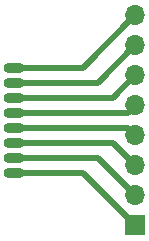
<source format=gbr>
%TF.GenerationSoftware,KiCad,Pcbnew,(5.1.9-0-10_14)*%
%TF.CreationDate,2021-03-17T23:59:50+01:00*%
%TF.ProjectId,PogoDebug,506f676f-4465-4627-9567-2e6b69636164,rev?*%
%TF.SameCoordinates,Original*%
%TF.FileFunction,Copper,L1,Top*%
%TF.FilePolarity,Positive*%
%FSLAX46Y46*%
G04 Gerber Fmt 4.6, Leading zero omitted, Abs format (unit mm)*
G04 Created by KiCad (PCBNEW (5.1.9-0-10_14)) date 2021-03-17 23:59:50*
%MOMM*%
%LPD*%
G01*
G04 APERTURE LIST*
%TA.AperFunction,ComponentPad*%
%ADD10O,1.700000X1.700000*%
%TD*%
%TA.AperFunction,ComponentPad*%
%ADD11R,1.700000X1.700000*%
%TD*%
%TA.AperFunction,ComponentPad*%
%ADD12O,1.800000X0.900000*%
%TD*%
%TA.AperFunction,Conductor*%
%ADD13C,0.500000*%
%TD*%
G04 APERTURE END LIST*
D10*
%TO.P,J10,8*%
%TO.N,Net-(J10-Pad8)*%
X153135000Y-93345000D03*
%TO.P,J10,7*%
%TO.N,Net-(J10-Pad7)*%
X153135000Y-95885000D03*
%TO.P,J10,6*%
%TO.N,Net-(J10-Pad6)*%
X153135000Y-98425000D03*
%TO.P,J10,5*%
%TO.N,Net-(J10-Pad5)*%
X153135000Y-100965000D03*
%TO.P,J10,4*%
%TO.N,Net-(J10-Pad4)*%
X153135000Y-103505000D03*
%TO.P,J10,3*%
%TO.N,Net-(J10-Pad3)*%
X153135000Y-106045000D03*
%TO.P,J10,2*%
%TO.N,Net-(J10-Pad2)*%
X153135000Y-108585000D03*
D11*
%TO.P,J10,1*%
%TO.N,Net-(J1-Pad1)*%
X153135000Y-111125000D03*
%TD*%
D12*
%TO.P,J7,1*%
%TO.N,Net-(J10-Pad7)*%
X142875000Y-99060000D03*
%TD*%
%TO.P,J1,1*%
%TO.N,Net-(J1-Pad1)*%
X142875000Y-106680000D03*
%TD*%
%TO.P,J2,1*%
%TO.N,Net-(J10-Pad2)*%
X142875000Y-105410000D03*
%TD*%
%TO.P,J3,1*%
%TO.N,Net-(J10-Pad3)*%
X142875000Y-104140000D03*
%TD*%
%TO.P,J4,1*%
%TO.N,Net-(J10-Pad4)*%
X142875000Y-102870000D03*
%TD*%
%TO.P,J5,1*%
%TO.N,Net-(J10-Pad5)*%
X142875000Y-101600000D03*
%TD*%
%TO.P,J6,1*%
%TO.N,Net-(J10-Pad6)*%
X142875000Y-100330000D03*
%TD*%
%TO.P,J8,1*%
%TO.N,Net-(J10-Pad8)*%
X142875000Y-97790000D03*
%TD*%
D13*
%TO.N,Net-(J1-Pad1)*%
X148690000Y-106680000D02*
X153135000Y-111125000D01*
X142875000Y-106680000D02*
X148690000Y-106680000D01*
%TO.N,Net-(J10-Pad2)*%
X153135000Y-108555000D02*
X153135000Y-108585000D01*
X149990000Y-105410000D02*
X153135000Y-108555000D01*
X142875000Y-105410000D02*
X149990000Y-105410000D01*
%TO.N,Net-(J10-Pad3)*%
X151230000Y-104140000D02*
X153135000Y-106045000D01*
X142875000Y-104140000D02*
X151230000Y-104140000D01*
%TO.N,Net-(J10-Pad4)*%
X152500000Y-102870000D02*
X153135000Y-103505000D01*
X142875000Y-102870000D02*
X152500000Y-102870000D01*
%TO.N,Net-(J10-Pad5)*%
X152500000Y-101600000D02*
X153135000Y-100965000D01*
X142875000Y-101600000D02*
X152500000Y-101600000D01*
%TO.N,Net-(J10-Pad6)*%
X151230000Y-100330000D02*
X153135000Y-98425000D01*
X142875000Y-100330000D02*
X151230000Y-100330000D01*
%TO.N,Net-(J10-Pad7)*%
X149960000Y-99060000D02*
X153135000Y-95885000D01*
X142875000Y-99060000D02*
X149960000Y-99060000D01*
%TO.N,Net-(J10-Pad8)*%
X148690000Y-97790000D02*
X153135000Y-93345000D01*
X142875000Y-97790000D02*
X148690000Y-97790000D01*
%TD*%
M02*

</source>
